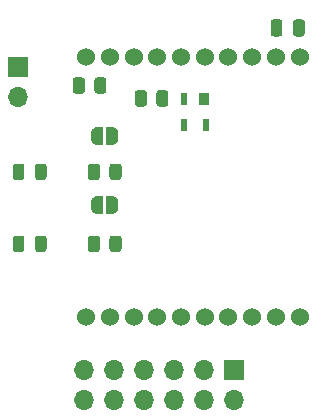
<source format=gbr>
%TF.GenerationSoftware,KiCad,Pcbnew,(5.1.10)-1*%
%TF.CreationDate,2021-09-03T10:18:15+02:00*%
%TF.ProjectId,Rpi_Adapter,5270695f-4164-4617-9074-65722e6b6963,2L_3*%
%TF.SameCoordinates,Original*%
%TF.FileFunction,Soldermask,Top*%
%TF.FilePolarity,Negative*%
%FSLAX46Y46*%
G04 Gerber Fmt 4.6, Leading zero omitted, Abs format (unit mm)*
G04 Created by KiCad (PCBNEW (5.1.10)-1) date 2021-09-03 10:18:15*
%MOMM*%
%LPD*%
G01*
G04 APERTURE LIST*
%ADD10R,0.550000X1.000000*%
%ADD11R,0.950000X1.000000*%
%ADD12C,1.524000*%
%ADD13O,1.700000X1.700000*%
%ADD14R,1.700000X1.700000*%
%ADD15C,0.076200*%
G04 APERTURE END LIST*
D10*
%TO.C,U1*%
X167830540Y-40497240D03*
X165930540Y-40497240D03*
X165930540Y-38297240D03*
D11*
X167630540Y-38297240D03*
%TD*%
D12*
%TO.C,H1*%
X175750000Y-56748200D03*
X173743400Y-56748200D03*
X171736800Y-56748200D03*
X169730200Y-56748200D03*
X167723600Y-56748200D03*
X165717000Y-56748200D03*
X163710400Y-56748200D03*
X161703800Y-56748200D03*
X159697200Y-56748200D03*
X157690600Y-56748200D03*
X157690600Y-34751800D03*
X159697200Y-34751800D03*
X161703800Y-34751800D03*
X163710400Y-34751800D03*
X165717000Y-34751800D03*
X167723600Y-34751800D03*
X169730200Y-34751800D03*
X171736800Y-34751800D03*
X173743400Y-34751800D03*
X175750000Y-34751800D03*
%TD*%
D13*
%TO.C,SW1*%
X151892000Y-38100000D03*
D14*
X151892000Y-35560000D03*
%TD*%
%TO.C,C1*%
G36*
G01*
X174302000Y-31783000D02*
X174302000Y-32733000D01*
G75*
G02*
X174052000Y-32983000I-250000J0D01*
G01*
X173552000Y-32983000D01*
G75*
G02*
X173302000Y-32733000I0J250000D01*
G01*
X173302000Y-31783000D01*
G75*
G02*
X173552000Y-31533000I250000J0D01*
G01*
X174052000Y-31533000D01*
G75*
G02*
X174302000Y-31783000I0J-250000D01*
G01*
G37*
G36*
G01*
X176202000Y-31783000D02*
X176202000Y-32733000D01*
G75*
G02*
X175952000Y-32983000I-250000J0D01*
G01*
X175452000Y-32983000D01*
G75*
G02*
X175202000Y-32733000I0J250000D01*
G01*
X175202000Y-31783000D01*
G75*
G02*
X175452000Y-31533000I250000J0D01*
G01*
X175952000Y-31533000D01*
G75*
G02*
X176202000Y-31783000I0J-250000D01*
G01*
G37*
%TD*%
%TO.C,R4*%
G36*
G01*
X158858000Y-43999998D02*
X158858000Y-44900002D01*
G75*
G02*
X158608002Y-45150000I-249998J0D01*
G01*
X158082998Y-45150000D01*
G75*
G02*
X157833000Y-44900002I0J249998D01*
G01*
X157833000Y-43999998D01*
G75*
G02*
X158082998Y-43750000I249998J0D01*
G01*
X158608002Y-43750000D01*
G75*
G02*
X158858000Y-43999998I0J-249998D01*
G01*
G37*
G36*
G01*
X160683000Y-43999998D02*
X160683000Y-44900002D01*
G75*
G02*
X160433002Y-45150000I-249998J0D01*
G01*
X159907998Y-45150000D01*
G75*
G02*
X159658000Y-44900002I0J249998D01*
G01*
X159658000Y-43999998D01*
G75*
G02*
X159907998Y-43750000I249998J0D01*
G01*
X160433002Y-43750000D01*
G75*
G02*
X160683000Y-43999998I0J-249998D01*
G01*
G37*
%TD*%
%TO.C,R3*%
G36*
G01*
X158858000Y-50095998D02*
X158858000Y-50996002D01*
G75*
G02*
X158608002Y-51246000I-249998J0D01*
G01*
X158082998Y-51246000D01*
G75*
G02*
X157833000Y-50996002I0J249998D01*
G01*
X157833000Y-50095998D01*
G75*
G02*
X158082998Y-49846000I249998J0D01*
G01*
X158608002Y-49846000D01*
G75*
G02*
X158858000Y-50095998I0J-249998D01*
G01*
G37*
G36*
G01*
X160683000Y-50095998D02*
X160683000Y-50996002D01*
G75*
G02*
X160433002Y-51246000I-249998J0D01*
G01*
X159907998Y-51246000D01*
G75*
G02*
X159658000Y-50996002I0J249998D01*
G01*
X159658000Y-50095998D01*
G75*
G02*
X159907998Y-49846000I249998J0D01*
G01*
X160433002Y-49846000D01*
G75*
G02*
X160683000Y-50095998I0J-249998D01*
G01*
G37*
%TD*%
%TO.C,R2*%
G36*
G01*
X162825480Y-37769378D02*
X162825480Y-38669382D01*
G75*
G02*
X162575482Y-38919380I-249998J0D01*
G01*
X162050478Y-38919380D01*
G75*
G02*
X161800480Y-38669382I0J249998D01*
G01*
X161800480Y-37769378D01*
G75*
G02*
X162050478Y-37519380I249998J0D01*
G01*
X162575482Y-37519380D01*
G75*
G02*
X162825480Y-37769378I0J-249998D01*
G01*
G37*
G36*
G01*
X164650480Y-37769378D02*
X164650480Y-38669382D01*
G75*
G02*
X164400482Y-38919380I-249998J0D01*
G01*
X163875478Y-38919380D01*
G75*
G02*
X163625480Y-38669382I0J249998D01*
G01*
X163625480Y-37769378D01*
G75*
G02*
X163875478Y-37519380I249998J0D01*
G01*
X164400482Y-37519380D01*
G75*
G02*
X164650480Y-37769378I0J-249998D01*
G01*
G37*
%TD*%
%TO.C,R1*%
G36*
G01*
X158375300Y-37584802D02*
X158375300Y-36684798D01*
G75*
G02*
X158625298Y-36434800I249998J0D01*
G01*
X159150302Y-36434800D01*
G75*
G02*
X159400300Y-36684798I0J-249998D01*
G01*
X159400300Y-37584802D01*
G75*
G02*
X159150302Y-37834800I-249998J0D01*
G01*
X158625298Y-37834800D01*
G75*
G02*
X158375300Y-37584802I0J249998D01*
G01*
G37*
G36*
G01*
X156550300Y-37584802D02*
X156550300Y-36684798D01*
G75*
G02*
X156800298Y-36434800I249998J0D01*
G01*
X157325302Y-36434800D01*
G75*
G02*
X157575300Y-36684798I0J-249998D01*
G01*
X157575300Y-37584802D01*
G75*
G02*
X157325302Y-37834800I-249998J0D01*
G01*
X156800298Y-37834800D01*
G75*
G02*
X156550300Y-37584802I0J249998D01*
G01*
G37*
%TD*%
D15*
%TO.C,JP2*%
G36*
X159408000Y-46494000D02*
G01*
X159908000Y-46494000D01*
X159908000Y-46494602D01*
X159932534Y-46494602D01*
X159981365Y-46499412D01*
X160029490Y-46508984D01*
X160076445Y-46523228D01*
X160121778Y-46542005D01*
X160165051Y-46565136D01*
X160205850Y-46592396D01*
X160243779Y-46623524D01*
X160278476Y-46658221D01*
X160309604Y-46696150D01*
X160336864Y-46736949D01*
X160359995Y-46780222D01*
X160378772Y-46825555D01*
X160393016Y-46872510D01*
X160402588Y-46920635D01*
X160407398Y-46969466D01*
X160407398Y-46994000D01*
X160408000Y-46994000D01*
X160408000Y-47494000D01*
X160407398Y-47494000D01*
X160407398Y-47518534D01*
X160402588Y-47567365D01*
X160393016Y-47615490D01*
X160378772Y-47662445D01*
X160359995Y-47707778D01*
X160336864Y-47751051D01*
X160309604Y-47791850D01*
X160278476Y-47829779D01*
X160243779Y-47864476D01*
X160205850Y-47895604D01*
X160165051Y-47922864D01*
X160121778Y-47945995D01*
X160076445Y-47964772D01*
X160029490Y-47979016D01*
X159981365Y-47988588D01*
X159932534Y-47993398D01*
X159908000Y-47993398D01*
X159908000Y-47994000D01*
X159408000Y-47994000D01*
X159408000Y-46494000D01*
G37*
G36*
X158608000Y-47993398D02*
G01*
X158583466Y-47993398D01*
X158534635Y-47988588D01*
X158486510Y-47979016D01*
X158439555Y-47964772D01*
X158394222Y-47945995D01*
X158350949Y-47922864D01*
X158310150Y-47895604D01*
X158272221Y-47864476D01*
X158237524Y-47829779D01*
X158206396Y-47791850D01*
X158179136Y-47751051D01*
X158156005Y-47707778D01*
X158137228Y-47662445D01*
X158122984Y-47615490D01*
X158113412Y-47567365D01*
X158108602Y-47518534D01*
X158108602Y-47494000D01*
X158108000Y-47494000D01*
X158108000Y-46994000D01*
X158108602Y-46994000D01*
X158108602Y-46969466D01*
X158113412Y-46920635D01*
X158122984Y-46872510D01*
X158137228Y-46825555D01*
X158156005Y-46780222D01*
X158179136Y-46736949D01*
X158206396Y-46696150D01*
X158237524Y-46658221D01*
X158272221Y-46623524D01*
X158310150Y-46592396D01*
X158350949Y-46565136D01*
X158394222Y-46542005D01*
X158439555Y-46523228D01*
X158486510Y-46508984D01*
X158534635Y-46499412D01*
X158583466Y-46494602D01*
X158608000Y-46494602D01*
X158608000Y-46494000D01*
X159108000Y-46494000D01*
X159108000Y-47994000D01*
X158608000Y-47994000D01*
X158608000Y-47993398D01*
G37*
%TD*%
%TO.C,JP1*%
G36*
X159408000Y-40652000D02*
G01*
X159908000Y-40652000D01*
X159908000Y-40652602D01*
X159932534Y-40652602D01*
X159981365Y-40657412D01*
X160029490Y-40666984D01*
X160076445Y-40681228D01*
X160121778Y-40700005D01*
X160165051Y-40723136D01*
X160205850Y-40750396D01*
X160243779Y-40781524D01*
X160278476Y-40816221D01*
X160309604Y-40854150D01*
X160336864Y-40894949D01*
X160359995Y-40938222D01*
X160378772Y-40983555D01*
X160393016Y-41030510D01*
X160402588Y-41078635D01*
X160407398Y-41127466D01*
X160407398Y-41152000D01*
X160408000Y-41152000D01*
X160408000Y-41652000D01*
X160407398Y-41652000D01*
X160407398Y-41676534D01*
X160402588Y-41725365D01*
X160393016Y-41773490D01*
X160378772Y-41820445D01*
X160359995Y-41865778D01*
X160336864Y-41909051D01*
X160309604Y-41949850D01*
X160278476Y-41987779D01*
X160243779Y-42022476D01*
X160205850Y-42053604D01*
X160165051Y-42080864D01*
X160121778Y-42103995D01*
X160076445Y-42122772D01*
X160029490Y-42137016D01*
X159981365Y-42146588D01*
X159932534Y-42151398D01*
X159908000Y-42151398D01*
X159908000Y-42152000D01*
X159408000Y-42152000D01*
X159408000Y-40652000D01*
G37*
G36*
X158608000Y-42151398D02*
G01*
X158583466Y-42151398D01*
X158534635Y-42146588D01*
X158486510Y-42137016D01*
X158439555Y-42122772D01*
X158394222Y-42103995D01*
X158350949Y-42080864D01*
X158310150Y-42053604D01*
X158272221Y-42022476D01*
X158237524Y-41987779D01*
X158206396Y-41949850D01*
X158179136Y-41909051D01*
X158156005Y-41865778D01*
X158137228Y-41820445D01*
X158122984Y-41773490D01*
X158113412Y-41725365D01*
X158108602Y-41676534D01*
X158108602Y-41652000D01*
X158108000Y-41652000D01*
X158108000Y-41152000D01*
X158108602Y-41152000D01*
X158108602Y-41127466D01*
X158113412Y-41078635D01*
X158122984Y-41030510D01*
X158137228Y-40983555D01*
X158156005Y-40938222D01*
X158179136Y-40894949D01*
X158206396Y-40854150D01*
X158237524Y-40816221D01*
X158272221Y-40781524D01*
X158310150Y-40750396D01*
X158350949Y-40723136D01*
X158394222Y-40700005D01*
X158439555Y-40681228D01*
X158486510Y-40666984D01*
X158534635Y-40657412D01*
X158583466Y-40652602D01*
X158608000Y-40652602D01*
X158608000Y-40652000D01*
X159108000Y-40652000D01*
X159108000Y-42152000D01*
X158608000Y-42152000D01*
X158608000Y-42151398D01*
G37*
%TD*%
%TO.C,D2*%
G36*
G01*
X153358000Y-44906250D02*
X153358000Y-43993750D01*
G75*
G02*
X153601750Y-43750000I243750J0D01*
G01*
X154089250Y-43750000D01*
G75*
G02*
X154333000Y-43993750I0J-243750D01*
G01*
X154333000Y-44906250D01*
G75*
G02*
X154089250Y-45150000I-243750J0D01*
G01*
X153601750Y-45150000D01*
G75*
G02*
X153358000Y-44906250I0J243750D01*
G01*
G37*
G36*
G01*
X151483000Y-44906250D02*
X151483000Y-43993750D01*
G75*
G02*
X151726750Y-43750000I243750J0D01*
G01*
X152214250Y-43750000D01*
G75*
G02*
X152458000Y-43993750I0J-243750D01*
G01*
X152458000Y-44906250D01*
G75*
G02*
X152214250Y-45150000I-243750J0D01*
G01*
X151726750Y-45150000D01*
G75*
G02*
X151483000Y-44906250I0J243750D01*
G01*
G37*
%TD*%
%TO.C,D1*%
G36*
G01*
X153358000Y-51002250D02*
X153358000Y-50089750D01*
G75*
G02*
X153601750Y-49846000I243750J0D01*
G01*
X154089250Y-49846000D01*
G75*
G02*
X154333000Y-50089750I0J-243750D01*
G01*
X154333000Y-51002250D01*
G75*
G02*
X154089250Y-51246000I-243750J0D01*
G01*
X153601750Y-51246000D01*
G75*
G02*
X153358000Y-51002250I0J243750D01*
G01*
G37*
G36*
G01*
X151483000Y-51002250D02*
X151483000Y-50089750D01*
G75*
G02*
X151726750Y-49846000I243750J0D01*
G01*
X152214250Y-49846000D01*
G75*
G02*
X152458000Y-50089750I0J-243750D01*
G01*
X152458000Y-51002250D01*
G75*
G02*
X152214250Y-51246000I-243750J0D01*
G01*
X151726750Y-51246000D01*
G75*
G02*
X151483000Y-51002250I0J243750D01*
G01*
G37*
%TD*%
D14*
%TO.C,P1*%
X170180000Y-61214000D03*
D13*
X170180000Y-63754000D03*
X167640000Y-61214000D03*
X167640000Y-63754000D03*
X165100000Y-61214000D03*
X165100000Y-63754000D03*
X162560000Y-61214000D03*
X162560000Y-63754000D03*
X160020000Y-61214000D03*
X160020000Y-63754000D03*
X157480000Y-61214000D03*
X157480000Y-63754000D03*
%TD*%
M02*

</source>
